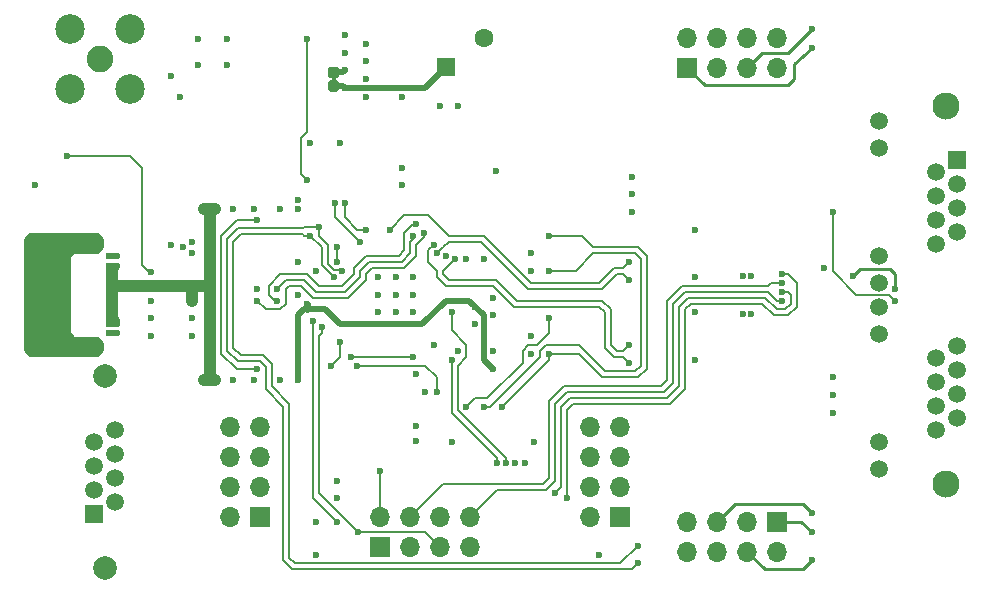
<source format=gbr>
G04 #@! TF.GenerationSoftware,KiCad,Pcbnew,5.1.5*
G04 #@! TF.CreationDate,2020-09-01T20:45:35+02:00*
G04 #@! TF.ProjectId,icE1usb,69634531-7573-4622-9e6b-696361645f70,1.0*
G04 #@! TF.SameCoordinates,Original*
G04 #@! TF.FileFunction,Copper,L4,Bot*
G04 #@! TF.FilePolarity,Positive*
%FSLAX46Y46*%
G04 Gerber Fmt 4.6, Leading zero omitted, Abs format (unit mm)*
G04 Created by KiCad (PCBNEW 5.1.5) date 2020-09-01 20:45:35*
%MOMM*%
%LPD*%
G04 APERTURE LIST*
%ADD10C,0.300000*%
%ADD11C,1.500000*%
%ADD12C,2.300000*%
%ADD13R,1.500000X1.500000*%
%ADD14C,0.100000*%
%ADD15C,1.600000*%
%ADD16R,1.600000X1.600000*%
%ADD17O,1.700000X1.700000*%
%ADD18R,1.700000X1.700000*%
%ADD19C,2.250000*%
%ADD20C,2.500000*%
%ADD21C,2.000000*%
%ADD22O,2.100000X1.000000*%
%ADD23O,1.600000X1.000000*%
%ADD24C,0.600000*%
%ADD25C,0.500000*%
%ADD26C,0.250000*%
%ADD27C,0.200000*%
%ADD28C,0.600000*%
%ADD29C,1.000000*%
G04 APERTURE END LIST*
D10*
X-16250000Y18450000D02*
X-16250000Y18050000D01*
D11*
X36500000Y-10411000D03*
X34720000Y-9395000D03*
X36500000Y-8379000D03*
X34720000Y-7363000D03*
X34720000Y-11427000D03*
X36500000Y-4315000D03*
X34720000Y-5331000D03*
X36500000Y-6347000D03*
X29900000Y-1015000D03*
X29900000Y-14735000D03*
X29900000Y-12445000D03*
X29900000Y-3305000D03*
X29900000Y1015000D03*
X29900000Y3305000D03*
X29900000Y12445000D03*
X29900000Y14735000D03*
D12*
X35610000Y16005000D03*
X35610000Y-15995000D03*
D11*
X34720000Y4323000D03*
X34720000Y6355000D03*
X34720000Y8387000D03*
X34720000Y10419000D03*
X36500000Y5339000D03*
X36500000Y7371000D03*
X36500000Y9403000D03*
D13*
X36500000Y11435000D03*
G04 #@! TA.AperFunction,SMDPad,CuDef*
D14*
G36*
X-16002946Y18148917D02*
G01*
X-15981105Y18145677D01*
X-15959686Y18140312D01*
X-15938896Y18132873D01*
X-15918936Y18123432D01*
X-15899997Y18112081D01*
X-15882262Y18098927D01*
X-15865901Y18084099D01*
X-15851073Y18067738D01*
X-15837919Y18050003D01*
X-15826568Y18031064D01*
X-15817127Y18011104D01*
X-15809688Y17990314D01*
X-15804323Y17968895D01*
X-15801083Y17947054D01*
X-15800000Y17925000D01*
X-15800000Y17425000D01*
X-15801083Y17402946D01*
X-15804323Y17381105D01*
X-15809688Y17359686D01*
X-15817127Y17338896D01*
X-15826568Y17318936D01*
X-15837919Y17299997D01*
X-15851073Y17282262D01*
X-15865901Y17265901D01*
X-15882262Y17251073D01*
X-15899997Y17237919D01*
X-15918936Y17226568D01*
X-15938896Y17217127D01*
X-15959686Y17209688D01*
X-15981105Y17204323D01*
X-16002946Y17201083D01*
X-16025000Y17200000D01*
X-16475000Y17200000D01*
X-16497054Y17201083D01*
X-16518895Y17204323D01*
X-16540314Y17209688D01*
X-16561104Y17217127D01*
X-16581064Y17226568D01*
X-16600003Y17237919D01*
X-16617738Y17251073D01*
X-16634099Y17265901D01*
X-16648927Y17282262D01*
X-16662081Y17299997D01*
X-16673432Y17318936D01*
X-16682873Y17338896D01*
X-16690312Y17359686D01*
X-16695677Y17381105D01*
X-16698917Y17402946D01*
X-16700000Y17425000D01*
X-16700000Y17925000D01*
X-16698917Y17947054D01*
X-16695677Y17968895D01*
X-16690312Y17990314D01*
X-16682873Y18011104D01*
X-16673432Y18031064D01*
X-16662081Y18050003D01*
X-16648927Y18067738D01*
X-16634099Y18084099D01*
X-16617738Y18098927D01*
X-16600003Y18112081D01*
X-16581064Y18123432D01*
X-16561104Y18132873D01*
X-16540314Y18140312D01*
X-16518895Y18145677D01*
X-16497054Y18148917D01*
X-16475000Y18150000D01*
X-16025000Y18150000D01*
X-16002946Y18148917D01*
G37*
G04 #@! TD.AperFunction*
G04 #@! TA.AperFunction,SMDPad,CuDef*
G36*
X-16002946Y19298917D02*
G01*
X-15981105Y19295677D01*
X-15959686Y19290312D01*
X-15938896Y19282873D01*
X-15918936Y19273432D01*
X-15899997Y19262081D01*
X-15882262Y19248927D01*
X-15865901Y19234099D01*
X-15851073Y19217738D01*
X-15837919Y19200003D01*
X-15826568Y19181064D01*
X-15817127Y19161104D01*
X-15809688Y19140314D01*
X-15804323Y19118895D01*
X-15801083Y19097054D01*
X-15800000Y19075000D01*
X-15800000Y18575000D01*
X-15801083Y18552946D01*
X-15804323Y18531105D01*
X-15809688Y18509686D01*
X-15817127Y18488896D01*
X-15826568Y18468936D01*
X-15837919Y18449997D01*
X-15851073Y18432262D01*
X-15865901Y18415901D01*
X-15882262Y18401073D01*
X-15899997Y18387919D01*
X-15918936Y18376568D01*
X-15938896Y18367127D01*
X-15959686Y18359688D01*
X-15981105Y18354323D01*
X-16002946Y18351083D01*
X-16025000Y18350000D01*
X-16475000Y18350000D01*
X-16497054Y18351083D01*
X-16518895Y18354323D01*
X-16540314Y18359688D01*
X-16561104Y18367127D01*
X-16581064Y18376568D01*
X-16600003Y18387919D01*
X-16617738Y18401073D01*
X-16634099Y18415901D01*
X-16648927Y18432262D01*
X-16662081Y18449997D01*
X-16673432Y18468936D01*
X-16682873Y18488896D01*
X-16690312Y18509686D01*
X-16695677Y18531105D01*
X-16698917Y18552946D01*
X-16700000Y18575000D01*
X-16700000Y19075000D01*
X-16698917Y19097054D01*
X-16695677Y19118895D01*
X-16690312Y19140314D01*
X-16682873Y19161104D01*
X-16673432Y19181064D01*
X-16662081Y19200003D01*
X-16648927Y19217738D01*
X-16634099Y19234099D01*
X-16617738Y19248927D01*
X-16600003Y19262081D01*
X-16581064Y19273432D01*
X-16561104Y19282873D01*
X-16540314Y19290312D01*
X-16518895Y19295677D01*
X-16497054Y19298917D01*
X-16475000Y19300000D01*
X-16025000Y19300000D01*
X-16002946Y19298917D01*
G37*
G04 #@! TD.AperFunction*
D15*
X-3500000Y21700000D03*
D16*
X-6750000Y19250000D03*
D17*
X5460000Y-11190000D03*
X8000000Y-11190000D03*
X5460000Y-13730000D03*
X8000000Y-13730000D03*
X5460000Y-16270000D03*
X8000000Y-16270000D03*
X5460000Y-18810000D03*
D18*
X8000000Y-18810000D03*
D17*
X-25020000Y-11190000D03*
X-22480000Y-11190000D03*
X-25020000Y-13730000D03*
X-22480000Y-13730000D03*
X-25020000Y-16270000D03*
X-22480000Y-16270000D03*
X-25020000Y-18810000D03*
D18*
X-22480000Y-18810000D03*
D19*
X-36000000Y20000000D03*
D20*
X-33460000Y22540000D03*
X-38540000Y22540000D03*
X-38540000Y17460000D03*
X-33460000Y17460000D03*
D17*
X13690000Y-21770000D03*
X13690000Y-19230000D03*
X16230000Y-21770000D03*
X16230000Y-19230000D03*
X18770000Y-21770000D03*
X18770000Y-19230000D03*
X21310000Y-21770000D03*
D18*
X21310000Y-19230000D03*
D17*
X21310000Y21770000D03*
X21310000Y19230000D03*
X18770000Y21770000D03*
X18770000Y19230000D03*
X16230000Y21770000D03*
X16230000Y19230000D03*
X13690000Y21770000D03*
D18*
X13690000Y19230000D03*
D17*
X-4700000Y-18810000D03*
X-4700000Y-21350000D03*
X-7240000Y-18810000D03*
X-7240000Y-21350000D03*
X-9780000Y-18810000D03*
X-9780000Y-21350000D03*
X-12320000Y-18810000D03*
D18*
X-12320000Y-21350000D03*
D21*
X-35610000Y-23140000D03*
X-35610000Y-6880000D03*
D11*
X-34720000Y-11430000D03*
X-34720000Y-13470000D03*
X-34720000Y-15510000D03*
X-34720000Y-17550000D03*
X-36500000Y-12450000D03*
X-36500000Y-14490000D03*
X-36500000Y-16530000D03*
D13*
X-36500000Y-18570000D03*
D22*
X-37220000Y-4320000D03*
X-37220000Y4320000D03*
D23*
X-41400000Y4320000D03*
X-41400000Y-4320000D03*
D24*
X-16000000Y-17250000D03*
X-17750000Y-22000000D03*
X-41500000Y9250000D03*
X-24750000Y7250000D03*
X-23000000Y7250000D03*
X-20750000Y7250000D03*
X-24750000Y-7250000D03*
X-23000000Y-7250000D03*
X-20750000Y-7250000D03*
X-12500000Y-1500000D03*
X-9500000Y-1500000D03*
X-9500000Y1500000D03*
X-12500000Y1500000D03*
X-9500000Y0D03*
X-11000000Y1500000D03*
X-11000000Y-1500000D03*
X-12500000Y0D03*
X-11000000Y0D03*
X-13500000Y16750000D03*
X-13500000Y19750000D03*
X-13500000Y21250000D03*
X-13500000Y18250000D03*
X-15750000Y12850000D03*
X-18250000Y12850000D03*
X-27750000Y19450000D03*
X-27750000Y21650000D03*
X-25250000Y21650000D03*
X-25250000Y19450000D03*
X-30000000Y18500000D03*
X-29250000Y16750000D03*
X-2500000Y10500000D03*
X-5750000Y16000000D03*
X-10500000Y10750000D03*
X-10500000Y9250000D03*
X-6250000Y-12500000D03*
X-850000Y-14250000D03*
X750000Y-12500000D03*
X-3500000Y3000000D03*
X-2750000Y-250000D03*
X-2750000Y-1750000D03*
X-19250000Y2750000D03*
X-19250000Y0D03*
X500000Y3500000D03*
X500000Y2000000D03*
X500000Y-5000000D03*
X500000Y-3500000D03*
X-34625000Y3250000D03*
X-34625000Y-3250000D03*
X-28250000Y3500000D03*
X-31750000Y-500000D03*
X-31750000Y-2000000D03*
X-31750000Y-3500000D03*
X31250000Y500000D03*
X19125000Y1625000D03*
X9000000Y8500000D03*
X9000000Y10000000D03*
X26000000Y-10000000D03*
X26000000Y-8500000D03*
X14325000Y1500000D03*
X14325000Y-5500000D03*
X18375000Y1625000D03*
X27750000Y1625000D03*
X25250000Y2275000D03*
X-35250000Y-3250000D03*
X-35250000Y3250000D03*
X-30000000Y4250000D03*
X-8500000Y-8250000D03*
X-2750000Y-4750000D03*
X-9250000Y-11095000D03*
X-21000000Y-500000D03*
X-9250000Y6000000D03*
X-22750000Y-500000D03*
X-8625000Y5250000D03*
X-9500000Y5000000D03*
X-21000000Y500000D03*
X-9250000Y-6750000D03*
X-16000000Y-15750000D03*
X-9250000Y-12365000D03*
X-17750000Y-19250000D03*
X-19250000Y7250000D03*
X-19250000Y8000000D03*
X-10500000Y16750000D03*
X-15250000Y22000000D03*
X-15250000Y20500000D03*
X-15250000Y19000000D03*
X6200000Y-22000000D03*
X-7250000Y16000000D03*
X-50000Y-14250000D03*
X-5000000Y3000000D03*
X-17750000Y2000000D03*
X-7750000Y-4250000D03*
X-7750000Y-4250000D03*
X-7750000Y-4250000D03*
X-7750000Y-4250000D03*
X9000000Y7000000D03*
X26000000Y-7000000D03*
X18375000Y-1625000D03*
X19125000Y-1625000D03*
X-22750000Y500000D03*
X14325000Y5500000D03*
X14325000Y-1500000D03*
X-4250000Y-2500000D03*
X-5750000Y-4750000D03*
X-22750000Y6300000D03*
X-19250000Y-6500000D03*
X-19250000Y-7250000D03*
X-4250000Y-1000000D03*
X-18500000Y-750000D03*
X-2750000Y-6250000D03*
X-22750000Y-6300000D03*
X-26250000Y7250000D03*
X-26250000Y-7250000D03*
X-34625000Y2450000D03*
X-34625000Y-2450000D03*
X-28250000Y-500000D03*
X-35250000Y-2450000D03*
X-35250000Y2450000D03*
X-27250000Y7250000D03*
X-27250000Y-7250000D03*
X24250000Y22500000D03*
X24250000Y20875000D03*
X24250000Y-18500000D03*
X24250000Y-20125000D03*
X24250000Y-22500000D03*
X21750000Y-500000D03*
X-14170000Y-20080000D03*
X-17250000Y-2750000D03*
X-16000000Y-19250000D03*
X3500000Y-17250000D03*
X-18000000Y-2250000D03*
X21750000Y1750000D03*
X-12320000Y-14905000D03*
X26000000Y7000000D03*
X31250000Y-500000D03*
X21750000Y1000000D03*
X-31750000Y1900000D03*
X-38850000Y11750000D03*
X-2000000Y-9500000D03*
X2000000Y5000000D03*
X2000000Y-5000000D03*
X-3500000Y-9500000D03*
X2000000Y2000000D03*
X-5000000Y-9500000D03*
X2000000Y-2000000D03*
X9500000Y-21250000D03*
X-18250000Y5000000D03*
X-16250000Y1500000D03*
X9500000Y-22750000D03*
X-17500000Y5750000D03*
X-15500000Y2000000D03*
X-14250000Y-6000000D03*
X-7500000Y-8250000D03*
X8750000Y2750000D03*
X-11500000Y5500000D03*
X-7500000Y3500000D03*
X8750000Y1250000D03*
X-6000000Y3000000D03*
X8750000Y-4250000D03*
X-7750000Y4250000D03*
X8750000Y-5750000D03*
X-18500000Y21650000D03*
X-18500000Y9750000D03*
X-16000000Y4000000D03*
X-16000000Y4000000D03*
X-16000000Y2750000D03*
X-15300000Y7750000D03*
X-13500000Y5500000D03*
X-16100000Y7750000D03*
X-14000000Y4500000D03*
X-15750000Y-4000000D03*
X-16500000Y-6000000D03*
X-28250000Y-3500000D03*
X-29000000Y4000000D03*
X-14750000Y-5250000D03*
X-9500000Y-5250000D03*
X-28250000Y-2000000D03*
X-28250000Y4500000D03*
X2500000Y-16750000D03*
X21750000Y250000D03*
X-15250000Y17500000D03*
X-2450000Y-14250000D03*
X-6250000Y-5500000D03*
X-6750000Y3250000D03*
X-1650000Y-14250000D03*
X-6250000Y-1500000D03*
D25*
X-35250000Y3250000D02*
X-34625000Y3250000D01*
X-35250000Y-3250000D02*
X-34625000Y-3250000D01*
D26*
X31250000Y1000000D02*
X31250000Y500000D01*
X31250000Y1750000D02*
X31250000Y1000000D01*
X30840000Y2160000D02*
X31250000Y1750000D01*
X27750000Y1625000D02*
X28285000Y2160000D01*
X28285000Y2160000D02*
X30840000Y2160000D01*
D27*
X-20750000Y1750000D02*
X-21750000Y750000D01*
X-21750000Y750000D02*
X-21750000Y0D01*
X-21250000Y-500000D02*
X-21000000Y-500000D01*
X-21750000Y0D02*
X-21250000Y-500000D01*
X-17500000Y750000D02*
X-18500000Y1750000D01*
X-15500000Y750000D02*
X-17500000Y750000D01*
X-14500000Y2250000D02*
X-14500000Y1750000D01*
X-14500000Y1750000D02*
X-15500000Y750000D01*
X-13500000Y3250000D02*
X-14500000Y2250000D01*
X-10250000Y5250000D02*
X-10250000Y3750000D01*
X-10250000Y3750000D02*
X-10750000Y3250000D01*
X-9500000Y6000000D02*
X-10250000Y5250000D01*
X-9250000Y6000000D02*
X-9500000Y6000000D01*
X-10750000Y3250000D02*
X-13500000Y3250000D01*
X-20750000Y1750000D02*
X-18500000Y1750000D01*
X-22750000Y-500000D02*
X-22000000Y-1250000D01*
X-20000000Y750000D02*
X-20250000Y500000D01*
X-20250000Y500000D02*
X-20250000Y-750000D01*
X-20250000Y-750000D02*
X-20750000Y-1250000D01*
X-20750000Y-1250000D02*
X-22000000Y-1250000D01*
X-18000000Y-250000D02*
X-19000000Y750000D01*
X-13500000Y1750000D02*
X-13500000Y1250000D01*
X-15000000Y-250000D02*
X-18000000Y-250000D01*
X-13500000Y1250000D02*
X-15000000Y-250000D01*
X-13000000Y2250000D02*
X-13500000Y1750000D01*
X-8625000Y4875000D02*
X-9250000Y4250000D01*
X-9250000Y4250000D02*
X-9250000Y3250000D01*
X-9250000Y3250000D02*
X-10250000Y2250000D01*
X-8625000Y5250000D02*
X-8625000Y4875000D01*
X-10250000Y2250000D02*
X-13000000Y2250000D01*
X-20000000Y750000D02*
X-19000000Y750000D01*
X-21000000Y500000D02*
X-20250000Y1250000D01*
X-9750000Y4500000D02*
X-9500000Y4750000D01*
X-9750000Y3500000D02*
X-9750000Y4500000D01*
X-10500000Y2750000D02*
X-9750000Y3500000D01*
X-9500000Y4750000D02*
X-9500000Y5000000D01*
X-13250000Y2750000D02*
X-10500000Y2750000D01*
X-14000000Y2000000D02*
X-13250000Y2750000D01*
X-18750000Y1250000D02*
X-17750000Y250000D01*
X-17750000Y250000D02*
X-15250000Y250000D01*
X-15250000Y250000D02*
X-14000000Y1500000D01*
X-14000000Y1500000D02*
X-14000000Y2000000D01*
X-20250000Y1250000D02*
X-18750000Y1250000D01*
D25*
X-15425000Y18825000D02*
X-15250000Y19000000D01*
X-16250000Y18825000D02*
X-15425000Y18825000D01*
X-19250000Y-7250000D02*
X-19250000Y-6500000D01*
D28*
X-18500000Y-750000D02*
X-18500000Y-1200000D01*
D27*
X-25750000Y5000000D02*
X-24450000Y6300000D01*
X-25750000Y-5000000D02*
X-25750000Y5000000D01*
X-22750000Y-6300000D02*
X-24450000Y-6300000D01*
X-24450000Y6300000D02*
X-22750000Y6300000D01*
X-24450000Y-6300000D02*
X-25750000Y-5000000D01*
D25*
X-19250000Y-1750000D02*
X-19250000Y-6500000D01*
X-18750000Y-1250000D02*
X-19250000Y-1750000D01*
X-17000000Y-1250000D02*
X-18750000Y-1250000D01*
X-15750000Y-2500000D02*
X-17000000Y-1250000D01*
X-3500000Y-5500000D02*
X-3500000Y-1750000D01*
X-8750000Y-2500000D02*
X-15750000Y-2500000D01*
X-2750000Y-6250000D02*
X-3500000Y-5500000D01*
X-3500000Y-1750000D02*
X-4750000Y-500000D01*
X-4750000Y-500000D02*
X-6750000Y-500000D01*
X-6750000Y-500000D02*
X-8750000Y-2500000D01*
D29*
X-35000000Y750000D02*
X-35000000Y-1750000D01*
X-35000000Y2000000D02*
X-35000000Y750000D01*
X-28250000Y-500000D02*
X-28250000Y750000D01*
D25*
X-34625000Y2450000D02*
X-35250000Y2450000D01*
X-35250000Y-2450000D02*
X-34625000Y-2450000D01*
X-35250000Y-2000000D02*
X-35000000Y-1750000D01*
X-35250000Y-2450000D02*
X-35250000Y-2000000D01*
X-34625000Y-2125000D02*
X-35000000Y-1750000D01*
X-34625000Y-2450000D02*
X-34625000Y-2125000D01*
X-34625000Y2375000D02*
X-35000000Y2000000D01*
X-34625000Y2450000D02*
X-34625000Y2375000D01*
X-35250000Y2250000D02*
X-35000000Y2000000D01*
X-35250000Y2450000D02*
X-35250000Y2250000D01*
D29*
X-26250000Y7250000D02*
X-27250000Y7250000D01*
X-26750000Y7250000D02*
X-26750000Y-7250000D01*
X-27250000Y-7250000D02*
X-26250000Y-7250000D01*
X-28250000Y750000D02*
X-26750000Y750000D01*
X-35000000Y750000D02*
X-28250000Y750000D01*
D26*
X18770000Y19230000D02*
X20040000Y20500000D01*
X20040000Y20500000D02*
X22250000Y20500000D01*
X22250000Y20500000D02*
X23000000Y21250000D01*
X23000000Y21250000D02*
X24250000Y22500000D01*
X22250000Y17750000D02*
X15170000Y17750000D01*
X15170000Y17750000D02*
X13690000Y19230000D01*
X22750000Y18250000D02*
X22250000Y17750000D01*
X24250000Y20875000D02*
X22750000Y19500000D01*
X22750000Y19500000D02*
X22750000Y18250000D01*
X23500000Y-17750000D02*
X24250000Y-18500000D01*
X17710000Y-17750000D02*
X23500000Y-17750000D01*
X16230000Y-19230000D02*
X17710000Y-17750000D01*
X23355000Y-19230000D02*
X24250000Y-20125000D01*
X21310000Y-19230000D02*
X23355000Y-19230000D01*
X24250000Y-22500000D02*
X23500000Y-23250000D01*
X20250000Y-23250000D02*
X23500000Y-23250000D01*
X18770000Y-21770000D02*
X20250000Y-23250000D01*
D27*
X21250000Y-500000D02*
X21750000Y-500000D01*
X2500000Y-9250000D02*
X3500000Y-8250000D01*
X1750000Y-16500000D02*
X2500000Y-15750000D01*
X12500000Y-750000D02*
X13500000Y250000D01*
X-4700000Y-18810000D02*
X-2390000Y-16500000D01*
X2500000Y-15750000D02*
X2500000Y-9250000D01*
X13500000Y250000D02*
X20500000Y250000D01*
X20500000Y250000D02*
X21250000Y-500000D01*
X-2390000Y-16500000D02*
X1750000Y-16500000D01*
X3500000Y-8250000D02*
X11750000Y-8250000D01*
X11750000Y-8250000D02*
X12500000Y-7500000D01*
X12500000Y-7500000D02*
X12500000Y-750000D01*
X-17250000Y-3250000D02*
X-17250000Y-2750000D01*
X-8510000Y-20080000D02*
X-14170000Y-20080000D01*
X-17500000Y-3500000D02*
X-17250000Y-3250000D01*
X-7240000Y-21350000D02*
X-8510000Y-20080000D01*
X-14170000Y-20080000D02*
X-17500000Y-16750000D01*
X-17500000Y-16750000D02*
X-17500000Y-3500000D01*
X23000000Y1000000D02*
X22250000Y1750000D01*
X13500000Y-8000000D02*
X13500000Y-1250000D01*
X22250000Y1750000D02*
X21750000Y1750000D01*
X12250000Y-9250000D02*
X13500000Y-8000000D01*
X20000000Y-750000D02*
X21000000Y-1750000D01*
X3500000Y-17250000D02*
X3500000Y-9750000D01*
X3500000Y-9750000D02*
X4000000Y-9250000D01*
X13500000Y-1250000D02*
X14000000Y-750000D01*
X14000000Y-750000D02*
X20000000Y-750000D01*
X21000000Y-1750000D02*
X22250000Y-1750000D01*
X4000000Y-9250000D02*
X12250000Y-9250000D01*
X22250000Y-1750000D02*
X23000000Y-1000000D01*
X23000000Y-1000000D02*
X23000000Y1000000D01*
X-18000000Y-17250000D02*
X-16000000Y-19250000D01*
X-18000000Y-2250000D02*
X-18000000Y-17250000D01*
X-12320000Y-16680000D02*
X-12320000Y-14905000D01*
X-12320000Y-18810000D02*
X-12320000Y-16680000D01*
X31250000Y-500000D02*
X30750000Y0D01*
X26000000Y2000000D02*
X26000000Y7000000D01*
X30750000Y0D02*
X28000000Y0D01*
X28000000Y0D02*
X26000000Y2000000D01*
X21250000Y1000000D02*
X21750000Y1000000D01*
X20750000Y1000000D02*
X21250000Y1000000D01*
X2000000Y-9000000D02*
X3250000Y-7750000D01*
X13250000Y750000D02*
X20500000Y750000D01*
X12000000Y-500000D02*
X13250000Y750000D01*
X-9780000Y-18810000D02*
X-6970000Y-16000000D01*
X-6970000Y-16000000D02*
X1500000Y-16000000D01*
X3250000Y-7750000D02*
X11500000Y-7750000D01*
X11500000Y-7750000D02*
X12000000Y-7250000D01*
X12000000Y-7250000D02*
X12000000Y-500000D01*
X1500000Y-16000000D02*
X2000000Y-15500000D01*
X2000000Y-15500000D02*
X2000000Y-9000000D01*
X20500000Y750000D02*
X20750000Y1000000D01*
X-31900000Y1900000D02*
X-31750000Y1900000D01*
X-32500000Y2500000D02*
X-31900000Y1900000D01*
X-32500000Y10750000D02*
X-32500000Y2500000D01*
X-38850000Y11750000D02*
X-33500000Y11750000D01*
X-33500000Y11750000D02*
X-32500000Y10750000D01*
X4750000Y5000000D02*
X2000000Y5000000D01*
X5750000Y4000000D02*
X4750000Y5000000D01*
X10250000Y3250000D02*
X9500000Y4000000D01*
X4500000Y-5000000D02*
X6500000Y-7000000D01*
X9500000Y4000000D02*
X5750000Y4000000D01*
X2000000Y-5000000D02*
X4500000Y-5000000D01*
X10250000Y-6250000D02*
X10250000Y3250000D01*
X6500000Y-7000000D02*
X9500000Y-7000000D01*
X9500000Y-7000000D02*
X10250000Y-6250000D01*
X-2000000Y-9500000D02*
X1500000Y-6000000D01*
X2000000Y-5500000D02*
X2000000Y-5000000D01*
X1500000Y-6000000D02*
X2000000Y-5500000D01*
X-3000000Y-9500000D02*
X-3500000Y-9500000D01*
X1250000Y-5250000D02*
X-3000000Y-9500000D01*
X9750000Y3000000D02*
X9750000Y-6000000D01*
X4250000Y2000000D02*
X5750000Y3500000D01*
X5750000Y3500000D02*
X9250000Y3500000D01*
X2000000Y2000000D02*
X4250000Y2000000D01*
X9750000Y-6000000D02*
X9250000Y-6500000D01*
X6750000Y-6500000D02*
X4500000Y-4250000D01*
X9250000Y-6500000D02*
X6750000Y-6500000D01*
X1250000Y-4750000D02*
X1250000Y-5250000D01*
X4500000Y-4250000D02*
X1750000Y-4250000D01*
X9250000Y3500000D02*
X9750000Y3000000D01*
X1750000Y-4250000D02*
X1250000Y-4750000D01*
X-250000Y-5750000D02*
X-3250000Y-8750000D01*
X-3250000Y-8750000D02*
X-4250000Y-8750000D01*
X2000000Y-3250000D02*
X1000000Y-4250000D01*
X1000000Y-4250000D02*
X250000Y-4250000D01*
X250000Y-4250000D02*
X-250000Y-4750000D01*
X-250000Y-4750000D02*
X-250000Y-5750000D01*
X-4250000Y-8750000D02*
X-5000000Y-9500000D01*
X2000000Y-2000000D02*
X2000000Y-3250000D01*
X-16250000Y1500000D02*
X-17250000Y2500000D01*
X-17250000Y2500000D02*
X-17250000Y4000000D01*
X-17250000Y4000000D02*
X-18250000Y5000000D01*
X-18750000Y5000000D02*
X-18250000Y5000000D01*
X-20000000Y-9250000D02*
X-21500000Y-7750000D01*
X-18875000Y5125000D02*
X-18750000Y5000000D01*
X-24750000Y-4500000D02*
X-24750000Y4500000D01*
X-24750000Y4500000D02*
X-24125000Y5125000D01*
X-24125000Y5125000D02*
X-18875000Y5125000D01*
X-19500000Y-22750000D02*
X-20000000Y-22250000D01*
X9500000Y-21250000D02*
X8000000Y-22750000D01*
X-20000000Y-22250000D02*
X-20000000Y-9250000D01*
X8000000Y-22750000D02*
X-19500000Y-22750000D01*
X-21500000Y-7750000D02*
X-21500000Y-5875000D01*
X-21500000Y-5875000D02*
X-22250000Y-5125000D01*
X-24125000Y-5125000D02*
X-24750000Y-4500000D01*
X-22250000Y-5125000D02*
X-24125000Y-5125000D01*
X-15500000Y2000000D02*
X-15625000Y2125000D01*
X-15625000Y2125000D02*
X-16250000Y2125000D01*
X-16250000Y2125000D02*
X-16750000Y2625000D01*
X-16750000Y2625000D02*
X-16750000Y4250000D01*
X-16750000Y4250000D02*
X-17500000Y5000000D01*
X-17500000Y5000000D02*
X-17500000Y5750000D01*
X-18750000Y5750000D02*
X-17500000Y5750000D01*
X-18875000Y5625000D02*
X-18750000Y5750000D01*
X-24375000Y5625000D02*
X-18875000Y5625000D01*
X-24375000Y-5625000D02*
X-25250000Y-4750000D01*
X-22000000Y-6125000D02*
X-22500000Y-5625000D01*
X-19750000Y-23250000D02*
X-20500000Y-22500000D01*
X9000000Y-23250000D02*
X-19750000Y-23250000D01*
X9500000Y-22750000D02*
X9000000Y-23250000D01*
X-20500000Y-9500000D02*
X-22000000Y-8000000D01*
X-20500000Y-22500000D02*
X-20500000Y-9500000D01*
X-22000000Y-8000000D02*
X-22000000Y-6125000D01*
X-22500000Y-5625000D02*
X-24375000Y-5625000D01*
X-25250000Y4750000D02*
X-24375000Y5625000D01*
X-25250000Y-4750000D02*
X-25250000Y4750000D01*
X-14250000Y-6000000D02*
X-8500000Y-6000000D01*
X-7500000Y-7000000D02*
X-7500000Y-8250000D01*
X-8500000Y-6000000D02*
X-7500000Y-7000000D01*
X7500000Y2250000D02*
X8250000Y2250000D01*
X8250000Y2250000D02*
X8750000Y2750000D01*
X6250000Y1000000D02*
X7500000Y2250000D01*
X-8250000Y6750000D02*
X-6500000Y5000000D01*
X-6500000Y5000000D02*
X-3500000Y5000000D01*
X-10250000Y6750000D02*
X-8250000Y6750000D01*
X-11500000Y5500000D02*
X-10250000Y6750000D01*
X500000Y1000000D02*
X6250000Y1000000D01*
X-3500000Y5000000D02*
X500000Y1000000D01*
X-7000000Y4000000D02*
X-7500000Y3500000D01*
X-3750000Y4500000D02*
X-6500000Y4500000D01*
X8250000Y1750000D02*
X7750000Y1750000D01*
X8750000Y1250000D02*
X8250000Y1750000D01*
X7750000Y1750000D02*
X6500000Y500000D01*
X250000Y500000D02*
X-3750000Y4500000D01*
X-6500000Y4500000D02*
X-7000000Y4000000D01*
X6500000Y500000D02*
X250000Y500000D01*
X7750000Y-4750000D02*
X8250000Y-4750000D01*
X7250000Y-1250000D02*
X7250000Y-4250000D01*
X-7000000Y2000000D02*
X-7000000Y1750000D01*
X-6000000Y3000000D02*
X-7000000Y2000000D01*
X-750000Y-500000D02*
X6500000Y-500000D01*
X-6500000Y1250000D02*
X-2500000Y1250000D01*
X8250000Y-4750000D02*
X8750000Y-4250000D01*
X7250000Y-4250000D02*
X7750000Y-4750000D01*
X-7000000Y1750000D02*
X-6500000Y1250000D01*
X6500000Y-500000D02*
X7250000Y-1250000D01*
X-2500000Y1250000D02*
X-750000Y-500000D01*
X8250000Y-5250000D02*
X8750000Y-5750000D01*
X7500000Y-5250000D02*
X8250000Y-5250000D01*
X-7500000Y1500000D02*
X-6750000Y750000D01*
X-2750000Y750000D02*
X-1000000Y-1000000D01*
X-7500000Y2000000D02*
X-7500000Y1500000D01*
X-8250000Y2750000D02*
X-7500000Y2000000D01*
X-7750000Y4250000D02*
X-8250000Y3750000D01*
X-6750000Y750000D02*
X-2750000Y750000D01*
X6750000Y-1500000D02*
X6750000Y-4500000D01*
X-8250000Y3750000D02*
X-8250000Y2750000D01*
X-1000000Y-1000000D02*
X6250000Y-1000000D01*
X6250000Y-1000000D02*
X6750000Y-1500000D01*
X6750000Y-4500000D02*
X7500000Y-5250000D01*
X-19000000Y10250000D02*
X-18500000Y9750000D01*
X-18500000Y21650000D02*
X-18500000Y13750000D01*
X-19000000Y13250000D02*
X-19000000Y10250000D01*
X-18500000Y13750000D02*
X-19000000Y13250000D01*
X-16000000Y4000000D02*
X-16000000Y2750000D01*
X-15300000Y7750000D02*
X-15300000Y6550000D01*
X-14250000Y5500000D02*
X-13500000Y5500000D01*
X-15300000Y6550000D02*
X-14250000Y5500000D01*
X-16100000Y6600000D02*
X-14000000Y4500000D01*
X-16100000Y7750000D02*
X-16100000Y6600000D01*
X-15750000Y-5250000D02*
X-16500000Y-6000000D01*
X-15750000Y-4000000D02*
X-15750000Y-5250000D01*
X-9500000Y-5250000D02*
X-14750000Y-5250000D01*
X3000000Y-16250000D02*
X2500000Y-16750000D01*
X3000000Y-9500000D02*
X3000000Y-16250000D01*
X22500000Y0D02*
X22500000Y-750000D01*
X22000000Y-1250000D02*
X21250000Y-1250000D01*
X3750000Y-8750000D02*
X3000000Y-9500000D01*
X21750000Y250000D02*
X22250000Y250000D01*
X22500000Y-750000D02*
X22000000Y-1250000D01*
X13750000Y-250000D02*
X13000000Y-1000000D01*
X22250000Y250000D02*
X22500000Y0D01*
X21250000Y-1250000D02*
X20250000Y-250000D01*
X20250000Y-250000D02*
X13750000Y-250000D01*
X13000000Y-1000000D02*
X13000000Y-7750000D01*
X12000000Y-8750000D02*
X3750000Y-8750000D01*
X13000000Y-7750000D02*
X12000000Y-8750000D01*
D25*
X-15425000Y17675000D02*
X-15250000Y17500000D01*
X-16250000Y17675000D02*
X-15425000Y17675000D01*
X-15250000Y17500000D02*
X-8500000Y17500000D01*
X-8500000Y17500000D02*
X-6750000Y19250000D01*
D27*
X-6250000Y-5500000D02*
X-6250000Y-9500000D01*
X-2450000Y-14250000D02*
X-2450000Y-13800000D01*
X-6250000Y-10000000D02*
X-6250000Y-9500000D01*
X-2450000Y-13800000D02*
X-6250000Y-10000000D01*
X-1650000Y-14250000D02*
X-1650000Y-14100000D01*
X-6250000Y-3000000D02*
X-5000000Y-4250000D01*
X-6250000Y-1500000D02*
X-6250000Y-3000000D01*
X-5000000Y-4250000D02*
X-5000000Y-5250000D01*
X-5750000Y-6000000D02*
X-5750000Y-9750000D01*
X-5000000Y-5250000D02*
X-5750000Y-6000000D01*
X-1650000Y-13850000D02*
X-5750000Y-9750000D01*
X-1650000Y-14250000D02*
X-1650000Y-13850000D01*
D26*
G36*
X-35875000Y4698224D02*
G01*
X-35875000Y4051776D01*
X-36301776Y3625000D01*
X-38250000Y3625000D01*
X-38274386Y3622598D01*
X-38297835Y3615485D01*
X-38319446Y3603934D01*
X-38338388Y3588388D01*
X-38588388Y3338388D01*
X-38603934Y3319446D01*
X-38615485Y3297835D01*
X-38622598Y3274386D01*
X-38625000Y3250000D01*
X-38625000Y-3250000D01*
X-38622598Y-3274386D01*
X-38615485Y-3297835D01*
X-38603934Y-3319446D01*
X-38588388Y-3338388D01*
X-38338388Y-3588388D01*
X-38319446Y-3603934D01*
X-38297835Y-3615485D01*
X-38274386Y-3622598D01*
X-38250000Y-3625000D01*
X-36301776Y-3625000D01*
X-35875000Y-4051776D01*
X-35875000Y-4698224D01*
X-36301776Y-5125000D01*
X-41948224Y-5125000D01*
X-42375000Y-4698224D01*
X-42375000Y4698224D01*
X-41948224Y5125000D01*
X-36301776Y5125000D01*
X-35875000Y4698224D01*
G37*
X-35875000Y4698224D02*
X-35875000Y4051776D01*
X-36301776Y3625000D01*
X-38250000Y3625000D01*
X-38274386Y3622598D01*
X-38297835Y3615485D01*
X-38319446Y3603934D01*
X-38338388Y3588388D01*
X-38588388Y3338388D01*
X-38603934Y3319446D01*
X-38615485Y3297835D01*
X-38622598Y3274386D01*
X-38625000Y3250000D01*
X-38625000Y-3250000D01*
X-38622598Y-3274386D01*
X-38615485Y-3297835D01*
X-38603934Y-3319446D01*
X-38588388Y-3338388D01*
X-38338388Y-3588388D01*
X-38319446Y-3603934D01*
X-38297835Y-3615485D01*
X-38274386Y-3622598D01*
X-38250000Y-3625000D01*
X-36301776Y-3625000D01*
X-35875000Y-4051776D01*
X-35875000Y-4698224D01*
X-36301776Y-5125000D01*
X-41948224Y-5125000D01*
X-42375000Y-4698224D01*
X-42375000Y4698224D01*
X-41948224Y5125000D01*
X-36301776Y5125000D01*
X-35875000Y4698224D01*
M02*

</source>
